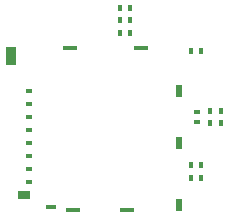
<source format=gbp>
G04 #@! TF.GenerationSoftware,KiCad,Pcbnew,(6.0.0-rc1-dev-1481-g5e705347b)*
G04 #@! TF.CreationDate,2019-02-23T13:38:53+00:00
G04 #@! TF.ProjectId,qUarkNano_9250,71556172-6b4e-4616-9e6f-5f393235302e,rev?*
G04 #@! TF.SameCoordinates,Original*
G04 #@! TF.FileFunction,Paste,Bot*
G04 #@! TF.FilePolarity,Positive*
%FSLAX46Y46*%
G04 Gerber Fmt 4.6, Leading zero omitted, Abs format (unit mm)*
G04 Created by KiCad (PCBNEW (6.0.0-rc1-dev-1481-g5e705347b)) date 23/02/2019 13:38:53*
%MOMM*%
%LPD*%
G04 APERTURE LIST*
%ADD10R,0.630000X0.450000*%
%ADD11R,0.990000X0.720000*%
%ADD12R,0.900000X0.450000*%
%ADD13R,1.260000X0.450000*%
%ADD14R,0.585000X1.035000*%
%ADD15R,0.540000X1.080000*%
%ADD16R,0.900000X1.530000*%
%ADD17R,0.360000X0.540000*%
%ADD18R,0.540000X0.360000*%
G04 APERTURE END LIST*
D10*
X137521884Y-96318252D03*
X137521884Y-97418208D03*
X137521884Y-98518164D03*
X137521884Y-99618120D03*
X137521884Y-100718076D03*
X137521884Y-101818032D03*
X137521884Y-102917988D03*
X137521884Y-104017944D03*
D11*
X137121900Y-105117900D03*
D12*
X139371810Y-106117860D03*
D13*
X141221736Y-106367850D03*
X145821552Y-106367850D03*
D14*
X150198174Y-105917868D03*
D15*
X150220884Y-100667399D03*
X150221376Y-96317573D03*
D13*
X147021504Y-92617721D03*
X141021252Y-92617721D03*
D16*
X135973174Y-93340619D03*
D17*
X146088100Y-91363800D03*
X145188100Y-91363800D03*
X146086400Y-90297000D03*
X145186400Y-90297000D03*
X151220801Y-92885201D03*
X152120801Y-92885201D03*
X145188100Y-89242900D03*
X146088100Y-89242900D03*
X151220801Y-102552500D03*
X152120801Y-102552500D03*
X152120801Y-103619300D03*
X151220801Y-103619300D03*
D18*
X151726900Y-98038500D03*
X151726900Y-98938500D03*
D17*
X153771600Y-97942400D03*
X152871600Y-97942400D03*
X153771600Y-98996500D03*
X152871600Y-98996500D03*
M02*

</source>
